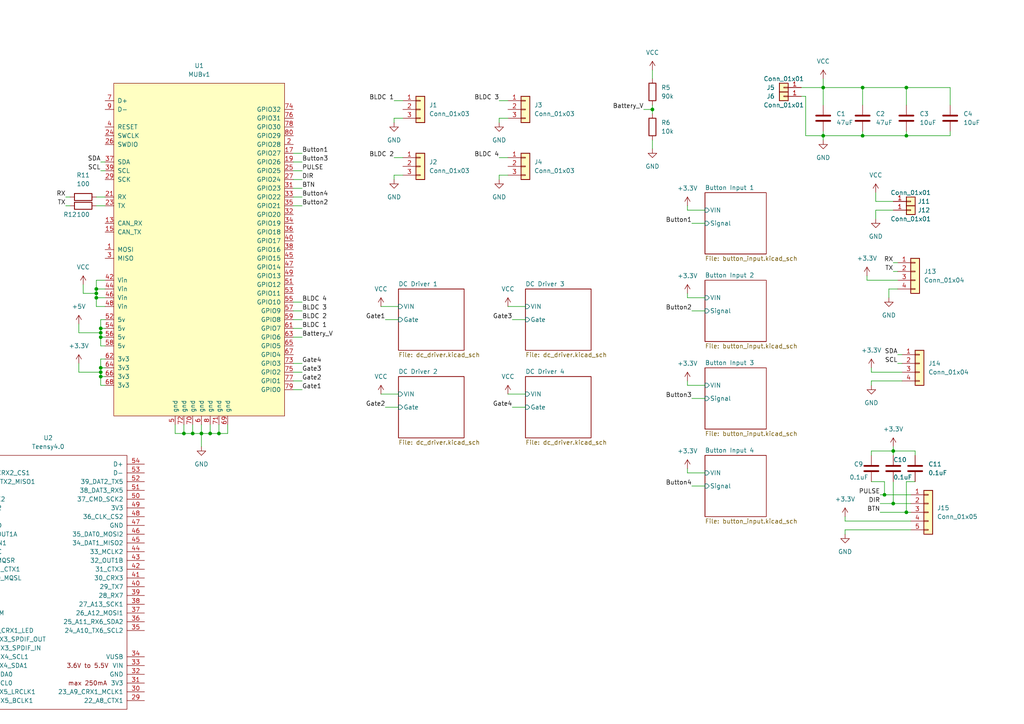
<source format=kicad_sch>
(kicad_sch (version 20230121) (generator eeschema)
  (paper "A4")
  (lib_symbols
    (symbol "Connector_Generic:Conn_01x01" (pin_names (offset 1.016) hide)
      (property "Reference" "J" (at 0 2.54 0))
      (property "Value" "Conn_01x01" (at 0 -2.54 0))
      (symbol "Conn_01x01_1_1"
        (rectangle (start -1.27 0.127) (end 0 -0.127) (stroke (width 0.1524)))
        (rectangle (start -1.27 1.27) (end 1.27 -1.27) (stroke (width 0.254)) (fill (type background)))
        (pin passive line (at -5.08 0 0) (length 3.81) (name "Pin_1") (number "1"))
      )
    )
    (symbol "Connector_Generic:Conn_01x03" (pin_names (offset 1.016) hide)
      (property "Reference" "J" (at 0 5.08 0))
      (property "Value" "Conn_01x03" (at 0 -5.08 0))
      (symbol "Conn_01x03_1_1"
        (rectangle (start -1.27 -2.413) (end 0 -2.667) (stroke (width 0.1524)))
        (rectangle (start -1.27 0.127) (end 0 -0.127) (stroke (width 0.1524)))
        (rectangle (start -1.27 2.667) (end 0 2.413) (stroke (width 0.1524)))
        (rectangle (start -1.27 3.81) (end 1.27 -3.81) (stroke (width 0.254)) (fill (type background)))
        (pin passive line (at -5.08 2.54 0) (length 3.81) (name "Pin_1") (number "1"))
        (pin passive line (at -5.08 0 0) (length 3.81) (name "Pin_2") (number "2"))
        (pin passive line (at -5.08 -2.54 0) (length 3.81) (name "Pin_3") (number "3"))
      )
    )
    (symbol "Connector_Generic:Conn_01x04" (pin_names (offset 1.016) hide)
      (property "Reference" "J" (at 0 5.08 0))
      (property "Value" "Conn_01x04" (at 0 -7.62 0))
      (symbol "Conn_01x04_1_1"
        (rectangle (start -1.27 -4.953) (end 0 -5.207) (stroke (width 0.1524)))
        (rectangle (start -1.27 -2.413) (end 0 -2.667) (stroke (width 0.1524)))
        (rectangle (start -1.27 0.127) (end 0 -0.127) (stroke (width 0.1524)))
        (rectangle (start -1.27 2.667) (end 0 2.413) (stroke (width 0.1524)))
        (rectangle (start -1.27 3.81) (end 1.27 -6.35) (stroke (width 0.254)) (fill (type background)))
        (pin passive line (at -5.08 2.54 0) (length 3.81) (name "Pin_1") (number "1"))
        (pin passive line (at -5.08 0 0) (length 3.81) (name "Pin_2") (number "2"))
        (pin passive line (at -5.08 -2.54 0) (length 3.81) (name "Pin_3") (number "3"))
        (pin passive line (at -5.08 -5.08 0) (length 3.81) (name "Pin_4") (number "4"))
      )
    )
    (symbol "Connector_Generic:Conn_01x05" (pin_names (offset 1.016) hide)
      (property "Reference" "J" (at 0 7.62 0))
      (property "Value" "Conn_01x05" (at 0 -7.62 0))
      (symbol "Conn_01x05_1_1"
        (rectangle (start -1.27 -4.953) (end 0 -5.207) (stroke (width 0.1524)))
        (rectangle (start -1.27 -2.413) (end 0 -2.667) (stroke (width 0.1524)))
        (rectangle (start -1.27 0.127) (end 0 -0.127) (stroke (width 0.1524)))
        (rectangle (start -1.27 2.667) (end 0 2.413) (stroke (width 0.1524)))
        (rectangle (start -1.27 5.207) (end 0 4.953) (stroke (width 0.1524)))
        (rectangle (start -1.27 6.35) (end 1.27 -6.35) (stroke (width 0.254)) (fill (type background)))
        (pin passive line (at -5.08 5.08 0) (length 3.81) (name "Pin_1") (number "1"))
        (pin passive line (at -5.08 2.54 0) (length 3.81) (name "Pin_2") (number "2"))
        (pin passive line (at -5.08 0 0) (length 3.81) (name "Pin_3") (number "3"))
        (pin passive line (at -5.08 -2.54 0) (length 3.81) (name "Pin_4") (number "4"))
        (pin passive line (at -5.08 -5.08 0) (length 3.81) (name "Pin_5") (number "5"))
      )
    )
    (symbol "Device:C" (pin_numbers hide) (pin_names (offset 0.254))
      (property "Reference" "C" (at 0.635 2.54 0))
      (property "Value" "C" (at 0.635 -2.54 0))
      (symbol "C_0_1"
        (polyline (pts (xy -2.032 -0.762) (xy 2.032 -0.762)) (stroke (width 0.508)))
        (polyline (pts (xy -2.032 0.762) (xy 2.032 0.762)) (stroke (width 0.508)))
      )
      (symbol "C_1_1"
        (pin passive line (at 0 3.81 270) (length 2.794) (name "~") (number "1"))
        (pin passive line (at 0 -3.81 90) (length 2.794) (name "~") (number "2"))
      )
    )
    (symbol "Device:R" (pin_numbers hide) (pin_names (offset 0))
      (property "Reference" "R" (at 2.032 0 90))
      (property "Value" "R" (at 0 0 90))
      (symbol "R_0_1"
        (rectangle (start -1.016 -2.54) (end 1.016 2.54) (stroke (width 0.254)))
      )
      (symbol "R_1_1"
        (pin passive line (at 0 3.81 270) (length 1.27) (name "~") (number "1"))
        (pin passive line (at 0 -3.81 90) (length 1.27) (name "~") (number "2"))
      )
    )
    (symbol "MUB:MUBv1" (pin_names (offset 1.016))
      (property "Reference" "U" (at -21.59 46.99 0))
      (property "Value" "MUBv1" (at 21.59 -52.07 0))
      (symbol "MUBv1_0_1"
        (rectangle (start -24.13 45.72) (end 25.4 -50.8) (fill (type background)))
      )
      (symbol "MUBv1_1_1"
        (pin input line (at -26.67 -2.54 0) (length 2.54) (name "MOSI") (number "1"))
        (pin input line (at -26.67 5.08 0) (length 2.54) (name "CAN_RX") (number "13"))
        (pin input line (at -26.67 2.54 0) (length 2.54) (name "CAN_TX") (number "15"))
        (pin input line (at 27.94 25.4 180) (length 2.54) (name "GPIO27") (number "17"))
        (pin input line (at 27.94 22.86 180) (length 2.54) (name "GPIO26") (number "19"))
        (pin input line (at 27.94 27.94 180) (length 2.54) (name "GPIO28") (number "2"))
        (pin input line (at -26.67 12.7 0) (length 2.54) (name "RX") (number "21"))
        (pin input line (at -26.67 10.16 0) (length 2.54) (name "TX") (number "23"))
        (pin input line (at -26.67 30.48 0) (length 2.54) (name "SWCLK") (number "24"))
        (pin input line (at 27.94 20.32 180) (length 2.54) (name "GPIO25") (number "25"))
        (pin input line (at -26.67 27.94 0) (length 2.54) (name "SWDIO") (number "26"))
        (pin input line (at 27.94 17.78 180) (length 2.54) (name "GPIO24") (number "27"))
        (pin input line (at -26.67 17.78 0) (length 2.54) (name "SCK") (number "29"))
        (pin input line (at -26.67 -5.08 0) (length 2.54) (name "MISO") (number "3"))
        (pin input line (at 27.94 15.24 180) (length 2.54) (name "GPIO23") (number "31"))
        (pin input line (at 27.94 7.62 180) (length 2.54) (name "GPIO20") (number "32"))
        (pin input line (at 27.94 12.7 180) (length 2.54) (name "GPIO22") (number "33"))
        (pin input line (at 27.94 5.08 180) (length 2.54) (name "GPIO19") (number "34"))
        (pin input line (at 27.94 10.16 180) (length 2.54) (name "GPIO21") (number "35"))
        (pin input line (at 27.94 2.54 180) (length 2.54) (name "GPIO18") (number "36"))
        (pin input line (at -26.67 22.86 0) (length 2.54) (name "SDA") (number "37"))
        (pin input line (at 27.94 -2.54 180) (length 2.54) (name "GPIO16") (number "38"))
        (pin input line (at -26.67 20.32 0) (length 2.54) (name "SCL") (number "39"))
        (pin input line (at -26.67 33.02 0) (length 2.54) (name "RESET") (number "4"))
        (pin input line (at 27.94 0 180) (length 2.54) (name "GPIO17") (number "40"))
        (pin input line (at -26.67 -11.43 0) (length 2.54) (name "Vin") (number "42"))
        (pin input line (at -26.67 -13.97 0) (length 2.54) (name "Vin") (number "44"))
        (pin input line (at 27.94 -5.08 180) (length 2.54) (name "GPIO15") (number "45"))
        (pin input line (at -26.67 -16.51 0) (length 2.54) (name "Vin") (number "46"))
        (pin input line (at 27.94 -7.62 180) (length 2.54) (name "GPIO14") (number "47"))
        (pin input line (at -26.67 -19.05 0) (length 2.54) (name "Vin") (number "48"))
        (pin input line (at 27.94 -10.16 180) (length 2.54) (name "GPIO13") (number "49"))
        (pin input line (at -6.35 -53.34 90) (length 2.54) (name "gnd") (number "5"))
        (pin input line (at 27.94 -12.7 180) (length 2.54) (name "GPIO12") (number "51"))
        (pin input line (at -26.67 -22.86 0) (length 2.54) (name "5v") (number "52"))
        (pin input line (at 27.94 -15.24 180) (length 2.54) (name "GPIO11") (number "53"))
        (pin input line (at -26.67 -25.4 0) (length 2.54) (name "5v") (number "54"))
        (pin input line (at 27.94 -17.78 180) (length 2.54) (name "GPIO10") (number "55"))
        (pin input line (at -26.67 -27.94 0) (length 2.54) (name "5v") (number "56"))
        (pin input line (at 27.94 -20.32 180) (length 2.54) (name "GPIO9") (number "57"))
        (pin input line (at -26.67 -30.48 0) (length 2.54) (name "5v") (number "58"))
        (pin input line (at 27.94 -22.86 180) (length 2.54) (name "GPIO8") (number "59"))
        (pin input line (at 1.27 -53.34 90) (length 2.54) (name "gnd") (number "6"))
        (pin input line (at 27.94 -25.4 180) (length 2.54) (name "GPIO7") (number "61"))
        (pin input line (at -26.67 -34.29 0) (length 2.54) (name "3v3") (number "62"))
        (pin input line (at 27.94 -27.94 180) (length 2.54) (name "GPIO6") (number "63"))
        (pin input line (at -26.67 -36.83 0) (length 2.54) (name "3v3") (number "64"))
        (pin input line (at 27.94 -30.48 180) (length 2.54) (name "GPIO5") (number "65"))
        (pin input line (at -26.67 -39.37 0) (length 2.54) (name "3v3") (number "66"))
        (pin input line (at 27.94 -33.02 180) (length 2.54) (name "GPIO4") (number "67"))
        (pin input line (at -26.67 -41.91 0) (length 2.54) (name "3v3") (number "68"))
        (pin input line (at 8.89 -53.34 90) (length 2.54) (name "gnd") (number "69"))
        (pin input line (at -26.67 40.64 0) (length 2.54) (name "D+") (number "7"))
        (pin input line (at -1.27 -53.34 90) (length 2.54) (name "gnd") (number "70"))
        (pin input line (at 6.35 -53.34 90) (length 2.54) (name "gnd") (number "71"))
        (pin input line (at -3.81 -53.34 90) (length 2.54) (name "gnd") (number "72"))
        (pin input line (at 27.94 -35.56 180) (length 2.54) (name "GPIO3") (number "73"))
        (pin input line (at 27.94 38.1 180) (length 2.54) (name "GPIO32") (number "74"))
        (pin input line (at 27.94 -38.1 180) (length 2.54) (name "GPIO2") (number "75"))
        (pin input line (at 27.94 35.56 180) (length 2.54) (name "GPIO31") (number "76"))
        (pin input line (at 27.94 -40.64 180) (length 2.54) (name "GPIO1") (number "77"))
        (pin input line (at 27.94 33.02 180) (length 2.54) (name "GPIO30") (number "78"))
        (pin input line (at 27.94 -43.18 180) (length 2.54) (name "GPIO0") (number "79"))
        (pin input line (at 3.81 -53.34 90) (length 2.54) (name "gnd") (number "8"))
        (pin input line (at 27.94 30.48 180) (length 2.54) (name "GPIO29") (number "80"))
        (pin input line (at -26.67 38.1 0) (length 2.54) (name "D-") (number "9"))
      )
    )
    (symbol "power:+3.3V" (power) (pin_names (offset 0))
      (property "Value" "+3.3V" (at 0 3.556 0))
      (symbol "+3.3V_0_1"
        (polyline (pts (xy -0.762 1.27) (xy 0 2.54)))
        (polyline (pts (xy 0 0) (xy 0 2.54)))
        (polyline (pts (xy 0 2.54) (xy 0.762 1.27)))
      )
      (symbol "+3.3V_1_1"
        (pin power_in line (at 0 0 90) (length 0) hide (name "+3.3V") (number "1"))
      )
    )
    (symbol "power:+5V" (power) (pin_names (offset 0))
      (property "Value" "+5V" (at 0 3.556 0))
      (symbol "+5V_0_1"
        (polyline (pts (xy -0.762 1.27) (xy 0 2.54)))
        (polyline (pts (xy 0 0) (xy 0 2.54)))
        (polyline (pts (xy 0 2.54) (xy 0.762 1.27)))
      )
      (symbol "+5V_1_1"
        (pin power_in line (at 0 0 90) (length 0) hide (name "+5V") (number "1"))
      )
    )
    (symbol "power:GND" (power) (pin_names (offset 0))
      (property "Value" "GND" (at 0 -3.81 0))
      (symbol "GND_0_1"
        (polyline (pts (xy 0 0) (xy 0 -1.27) (xy 1.27 -1.27) (xy 0 -2.54) (xy -1.27 -1.27) (xy 0 -1.27)))
      )
      (symbol "GND_1_1"
        (pin power_in line (at 0 0 270) (length 0) hide (name "GND") (number "1"))
      )
    )
    (symbol "power:VCC" (power) (pin_names (offset 0))
      (property "Value" "VCC" (at 0 3.81 0))
      (symbol "VCC_0_1"
        (polyline (pts (xy -0.762 1.27) (xy 0 2.54)))
        (polyline (pts (xy 0 0) (xy 0 2.54)))
        (polyline (pts (xy 0 2.54) (xy 0.762 1.27)))
      )
      (symbol "VCC_1_1"
        (pin power_in line (at 0 0 90) (length 0) hide (name "VCC") (number "1"))
      )
    )
    (symbol "teensy:Teensy4.0" (pin_names (offset 1.016))
      (property "Reference" "U" (at 0 39.37 0))
      (property "Value" "Teensy4.0" (at 0 -39.37 0))
      (symbol "Teensy4.0_0_0"
        (text "3.6V to 5.5V" (at 11.43 -24.13 0) (effects (font (size 1.27 1.27))))
        (text "max 250mA" (at 11.43 -29.21 0) (effects (font (size 1.27 1.27))))
        (pin bidirectional line (at -27.94 11.43 0) (length 5.08) (name "8_TX2_IN1") (number "10"))
        (pin bidirectional line (at -27.94 8.89 0) (length 5.08) (name "9_OUT1C") (number "11"))
        (pin bidirectional line (at -27.94 6.35 0) (length 5.08) (name "10_CS_MQSR") (number "12"))
        (pin bidirectional line (at -27.94 3.81 0) (length 5.08) (name "11_MOSI_CTX1") (number "13"))
        (pin bidirectional line (at -27.94 1.27 0) (length 5.08) (name "12_MISO_MQSL") (number "14"))
        (pin power_in line (at -27.94 -1.27 0) (length 5.08) (name "VBAT") (number "15"))
        (pin power_in line (at -27.94 -3.81 0) (length 5.08) (name "3V3") (number "16"))
        (pin power_in line (at -27.94 -6.35 0) (length 5.08) (name "GND") (number "17"))
        (pin input line (at -27.94 -8.89 0) (length 5.08) (name "PROGRAM") (number "18"))
        (pin input line (at -27.94 -11.43 0) (length 5.08) (name "ON_OFF") (number "19"))
        (pin bidirectional line (at -27.94 -13.97 0) (length 5.08) (name "13_SCK_CRX1_LED") (number "20"))
        (pin bidirectional line (at -27.94 -16.51 0) (length 5.08) (name "14_A0_TX3_SPDIF_OUT") (number "21"))
        (pin bidirectional line (at -27.94 -19.05 0) (length 5.08) (name "15_A1_RX3_SPDIF_IN") (number "22"))
        (pin bidirectional line (at -27.94 -21.59 0) (length 5.08) (name "16_A2_RX4_SCL1") (number "23"))
        (pin bidirectional line (at -27.94 -24.13 0) (length 5.08) (name "17_A3_TX4_SDA1") (number "24"))
        (pin bidirectional line (at -27.94 -26.67 0) (length 5.08) (name "18_A4_SDA0") (number "25"))
        (pin bidirectional line (at -27.94 -29.21 0) (length 5.08) (name "19_A5_SCL0") (number "26"))
        (pin bidirectional line (at -27.94 -31.75 0) (length 5.08) (name "20_A6_TX5_LRCLK1") (number "27"))
        (pin bidirectional line (at -27.94 -34.29 0) (length 5.08) (name "21_A7_RX5_BCLK1") (number "28"))
        (pin bidirectional line (at 27.94 -34.29 180) (length 5.08) (name "22_A8_CTX1") (number "29"))
        (pin bidirectional line (at 27.94 -31.75 180) (length 5.08) (name "23_A9_CRX1_MCLK1") (number "30"))
        (pin power_out line (at 27.94 -29.21 180) (length 5.08) (name "3V3") (number "31"))
        (pin power_in line (at 27.94 -26.67 180) (length 5.08) (name "GND") (number "32"))
        (pin power_in line (at 27.94 -24.13 180) (length 5.08) (name "VIN") (number "33"))
        (pin power_out line (at 27.94 -21.59 180) (length 5.08) (name "VUSB") (number "34"))
        (pin bidirectional line (at 27.94 -13.97 180) (length 5.08) (name "24_A10_TX6_SCL2") (number "35"))
        (pin bidirectional line (at 27.94 -11.43 180) (length 5.08) (name "25_A11_RX6_SDA2") (number "36"))
        (pin bidirectional line (at 27.94 -8.89 180) (length 5.08) (name "26_A12_MOSI1") (number "37"))
        (pin bidirectional line (at 27.94 -6.35 180) (length 5.08) (name "27_A13_SCK1") (number "38"))
        (pin bidirectional line (at 27.94 -3.81 180) (length 5.08) (name "28_RX7") (number "39"))
        (pin bidirectional line (at 27.94 -1.27 180) (length 5.08) (name "29_TX7") (number "40"))
        (pin bidirectional line (at 27.94 1.27 180) (length 5.08) (name "30_CRX3") (number "41"))
        (pin bidirectional line (at 27.94 3.81 180) (length 5.08) (name "31_CTX3") (number "42"))
        (pin bidirectional line (at 27.94 6.35 180) (length 5.08) (name "32_OUT1B") (number "43"))
        (pin bidirectional line (at 27.94 8.89 180) (length 5.08) (name "33_MCLK2") (number "44"))
        (pin bidirectional line (at 27.94 11.43 180) (length 5.08) (name "34_DAT1_MISO2") (number "45"))
        (pin bidirectional line (at 27.94 13.97 180) (length 5.08) (name "35_DAT0_MOSI2") (number "46"))
        (pin power_out line (at 27.94 16.51 180) (length 5.08) (name "GND") (number "47"))
        (pin bidirectional line (at 27.94 19.05 180) (length 5.08) (name "36_CLK_CS2") (number "48"))
        (pin power_out line (at 27.94 21.59 180) (length 5.08) (name "3V3") (number "49"))
        (pin bidirectional line (at -27.94 24.13 0) (length 5.08) (name "3_LRCLK2") (number "5"))
        (pin bidirectional line (at 27.94 24.13 180) (length 5.08) (name "37_CMD_SCK2") (number "50"))
        (pin bidirectional line (at 27.94 26.67 180) (length 5.08) (name "38_DAT3_RX5") (number "51"))
        (pin bidirectional line (at 27.94 29.21 180) (length 5.08) (name "39_DAT2_TX5") (number "52"))
        (pin bidirectional line (at 27.94 31.75 180) (length 5.08) (name "D-") (number "53"))
        (pin bidirectional line (at 27.94 34.29 180) (length 5.08) (name "D+") (number "54"))
        (pin bidirectional line (at -27.94 21.59 0) (length 5.08) (name "4_BCLK2") (number "6"))
        (pin bidirectional line (at -27.94 19.05 0) (length 5.08) (name "5_IN2") (number "7"))
        (pin bidirectional line (at -27.94 16.51 0) (length 5.08) (name "6_OUT1D") (number "8"))
        (pin bidirectional line (at -27.94 13.97 0) (length 5.08) (name "7_RX2_OUT1A") (number "9"))
      )
      (symbol "Teensy4.0_0_1"
        (rectangle (start -22.86 36.83) (end 22.86 -36.83))
        (rectangle (start -20.32 -31.75) (end -20.32 -31.75))
      )
      (symbol "Teensy4.0_1_1"
        (pin power_in line (at -27.94 34.29 0) (length 5.08) (name "GND") (number "1"))
        (pin bidirectional line (at -27.94 31.75 0) (length 5.08) (name "0_RX1_CRX2_CS1") (number "2"))
        (pin bidirectional line (at -27.94 29.21 0) (length 5.08) (name "1_TX1_CTX2_MISO1") (number "3"))
        (pin bidirectional line (at -27.94 26.67 0) (length 5.08) (name "2_OUT2") (number "4"))
      )
    )
  )
  (junction (at 29.21 107.95))
  (junction (at 27.94 85.09))
  (junction (at 63.5 125.73))
  (junction (at 29.21 96.52))
  (junction (at 29.21 95.25))
  (junction (at 29.21 106.68))
  (junction (at 27.94 86.36))
  (junction (at 259.08 130.81))
  (junction (at 58.42 125.73))
  (junction (at 55.88 125.73))
  (junction (at 256.54 143.51))
  (junction (at 60.96 125.73))
  (junction (at 238.76 25.4))
  (junction (at 262.89 25.4))
  (junction (at 53.34 125.73))
  (junction (at 262.89 39.37))
  (junction (at 250.19 39.37))
  (junction (at 27.94 83.82))
  (junction (at 29.21 97.79))
  (junction (at 262.89 148.59))
  (junction (at 189.23 31.75))
  (junction (at 29.21 109.22))
  (junction (at 238.76 39.37))
  (junction (at 250.19 25.4))
  (junction (at 259.08 146.05))
  (wire (pts (xy 265.43 132.08) (xy 265.43 130.81)))
  (wire (pts (xy 275.59 25.4) (xy 262.89 25.4)))
  (wire (pts (xy 256.54 143.51) (xy 264.16 143.51)))
  (wire (pts (xy 144.78 29.21) (xy 147.32 29.21)))
  (wire (pts (xy 262.89 139.7) (xy 262.89 148.59)))
  (wire (pts (xy 250.19 39.37) (xy 238.76 39.37)))
  (wire (pts (xy 252.73 139.7) (xy 256.54 139.7)))
  (wire (pts (xy 252.73 130.81) (xy 259.08 130.81)))
  (wire (pts (xy 85.09 95.25) (xy 87.63 95.25)))
  (wire (pts (xy 275.59 30.48) (xy 275.59 25.4)))
  (wire (pts (xy 233.68 39.37) (xy 238.76 39.37)))
  (wire (pts (xy 27.94 88.9) (xy 27.94 86.36)))
  (wire (pts (xy 58.42 123.19) (xy 58.42 125.73)))
  (wire (pts (xy 275.59 38.1) (xy 275.59 39.37)))
  (wire (pts (xy 189.23 20.32) (xy 189.23 22.86)))
  (wire (pts (xy 189.23 31.75) (xy 189.23 30.48)))
  (wire (pts (xy 85.09 113.03) (xy 87.63 113.03)))
  (wire (pts (xy 250.19 30.48) (xy 250.19 25.4)))
  (wire (pts (xy 29.21 100.33) (xy 29.21 97.79)))
  (wire (pts (xy 85.09 49.53) (xy 87.63 49.53)))
  (wire (pts (xy 250.19 38.1) (xy 250.19 39.37)))
  (wire (pts (xy 254 58.42) (xy 259.08 58.42)))
  (wire (pts (xy 260.35 102.87) (xy 261.62 102.87)))
  (wire (pts (xy 85.09 97.79) (xy 87.63 97.79)))
  (wire (pts (xy 27.94 86.36) (xy 30.48 86.36)))
  (wire (pts (xy 30.48 92.71) (xy 29.21 92.71)))
  (wire (pts (xy 199.39 135.89) (xy 199.39 137.16)))
  (wire (pts (xy 114.3 50.8) (xy 116.84 50.8)))
  (wire (pts (xy 85.09 107.95) (xy 87.63 107.95)))
  (wire (pts (xy 27.94 85.09) (xy 24.13 85.09)))
  (wire (pts (xy 29.21 95.25) (xy 29.21 96.52)))
  (wire (pts (xy 255.27 148.59) (xy 262.89 148.59)))
  (wire (pts (xy 29.21 109.22) (xy 29.21 107.95)))
  (wire (pts (xy 55.88 123.19) (xy 55.88 125.73)))
  (wire (pts (xy 60.96 123.19) (xy 60.96 125.73)))
  (wire (pts (xy 238.76 22.86) (xy 238.76 25.4)))
  (wire (pts (xy 85.09 87.63) (xy 87.63 87.63)))
  (wire (pts (xy 111.76 92.71) (xy 115.57 92.71)))
  (wire (pts (xy 252.73 132.08) (xy 252.73 130.81)))
  (wire (pts (xy 144.78 35.56) (xy 144.78 34.29)))
  (wire (pts (xy 29.21 106.68) (xy 30.48 106.68)))
  (wire (pts (xy 85.09 110.49) (xy 87.63 110.49)))
  (wire (pts (xy 85.09 92.71) (xy 87.63 92.71)))
  (wire (pts (xy 238.76 25.4) (xy 238.76 30.48)))
  (wire (pts (xy 27.94 83.82) (xy 30.48 83.82)))
  (wire (pts (xy 254 60.96) (xy 254 63.5)))
  (wire (pts (xy 147.32 88.9) (xy 152.4 88.9)))
  (wire (pts (xy 50.8 123.19) (xy 50.8 125.73)))
  (wire (pts (xy 260.35 83.82) (xy 257.81 83.82)))
  (wire (pts (xy 29.21 92.71) (xy 29.21 95.25)))
  (wire (pts (xy 110.49 114.3) (xy 115.57 114.3)))
  (wire (pts (xy 251.46 81.28) (xy 260.35 81.28)))
  (wire (pts (xy 27.94 57.15) (xy 30.48 57.15)))
  (wire (pts (xy 30.48 111.76) (xy 29.21 111.76)))
  (wire (pts (xy 200.66 90.17) (xy 204.47 90.17)))
  (wire (pts (xy 114.3 45.72) (xy 116.84 45.72)))
  (wire (pts (xy 200.66 140.97) (xy 204.47 140.97)))
  (wire (pts (xy 254 55.88) (xy 254 58.42)))
  (wire (pts (xy 147.32 114.3) (xy 152.4 114.3)))
  (wire (pts (xy 114.3 35.56) (xy 114.3 34.29)))
  (wire (pts (xy 259.08 146.05) (xy 264.16 146.05)))
  (wire (pts (xy 199.39 85.09) (xy 199.39 86.36)))
  (wire (pts (xy 85.09 105.41) (xy 87.63 105.41)))
  (wire (pts (xy 29.21 96.52) (xy 22.86 96.52)))
  (wire (pts (xy 50.8 125.73) (xy 53.34 125.73)))
  (wire (pts (xy 30.48 88.9) (xy 27.94 88.9)))
  (wire (pts (xy 189.23 40.64) (xy 189.23 43.18)))
  (wire (pts (xy 252.73 110.49) (xy 252.73 111.76)))
  (wire (pts (xy 27.94 59.69) (xy 30.48 59.69)))
  (wire (pts (xy 245.11 151.13) (xy 264.16 151.13)))
  (wire (pts (xy 55.88 125.73) (xy 58.42 125.73)))
  (wire (pts (xy 251.46 80.01) (xy 251.46 81.28)))
  (wire (pts (xy 199.39 110.49) (xy 199.39 111.76)))
  (wire (pts (xy 29.21 97.79) (xy 29.21 96.52)))
  (wire (pts (xy 29.21 46.99) (xy 30.48 46.99)))
  (wire (pts (xy 232.41 25.4) (xy 238.76 25.4)))
  (wire (pts (xy 199.39 86.36) (xy 204.47 86.36)))
  (wire (pts (xy 275.59 39.37) (xy 262.89 39.37)))
  (wire (pts (xy 255.27 143.51) (xy 256.54 143.51)))
  (wire (pts (xy 199.39 137.16) (xy 204.47 137.16)))
  (wire (pts (xy 262.89 30.48) (xy 262.89 25.4)))
  (wire (pts (xy 261.62 110.49) (xy 252.73 110.49)))
  (wire (pts (xy 238.76 38.1) (xy 238.76 39.37)))
  (wire (pts (xy 144.78 45.72) (xy 147.32 45.72)))
  (wire (pts (xy 63.5 125.73) (xy 60.96 125.73)))
  (wire (pts (xy 259.08 130.81) (xy 259.08 132.08)))
  (wire (pts (xy 199.39 60.96) (xy 204.47 60.96)))
  (wire (pts (xy 85.09 54.61) (xy 87.63 54.61)))
  (wire (pts (xy 189.23 31.75) (xy 189.23 33.02)))
  (wire (pts (xy 85.09 52.07) (xy 87.63 52.07)))
  (wire (pts (xy 22.86 105.41) (xy 22.86 107.95)))
  (wire (pts (xy 85.09 90.17) (xy 87.63 90.17)))
  (wire (pts (xy 144.78 52.07) (xy 144.78 50.8)))
  (wire (pts (xy 22.86 96.52) (xy 22.86 93.98)))
  (wire (pts (xy 66.04 123.19) (xy 66.04 125.73)))
  (wire (pts (xy 233.68 39.37) (xy 233.68 27.94)))
  (wire (pts (xy 29.21 97.79) (xy 30.48 97.79)))
  (wire (pts (xy 27.94 86.36) (xy 27.94 85.09)))
  (wire (pts (xy 257.81 83.82) (xy 257.81 86.36)))
  (wire (pts (xy 245.11 153.67) (xy 264.16 153.67)))
  (wire (pts (xy 200.66 64.77) (xy 204.47 64.77)))
  (wire (pts (xy 29.21 107.95) (xy 22.86 107.95)))
  (wire (pts (xy 148.59 118.11) (xy 152.4 118.11)))
  (wire (pts (xy 85.09 59.69) (xy 87.63 59.69)))
  (wire (pts (xy 250.19 25.4) (xy 262.89 25.4)))
  (wire (pts (xy 19.05 59.69) (xy 20.32 59.69)))
  (wire (pts (xy 29.21 104.14) (xy 29.21 106.68)))
  (wire (pts (xy 29.21 111.76) (xy 29.21 109.22)))
  (wire (pts (xy 29.21 49.53) (xy 30.48 49.53)))
  (wire (pts (xy 245.11 153.67) (xy 245.11 154.94)))
  (wire (pts (xy 265.43 139.7) (xy 262.89 139.7)))
  (wire (pts (xy 60.96 125.73) (xy 58.42 125.73)))
  (wire (pts (xy 30.48 81.28) (xy 27.94 81.28)))
  (wire (pts (xy 29.21 109.22) (xy 30.48 109.22)))
  (wire (pts (xy 66.04 125.73) (xy 63.5 125.73)))
  (wire (pts (xy 259.08 76.2) (xy 260.35 76.2)))
  (wire (pts (xy 27.94 83.82) (xy 27.94 85.09)))
  (wire (pts (xy 114.3 52.07) (xy 114.3 50.8)))
  (wire (pts (xy 186.69 31.75) (xy 189.23 31.75)))
  (wire (pts (xy 144.78 34.29) (xy 147.32 34.29)))
  (wire (pts (xy 114.3 34.29) (xy 116.84 34.29)))
  (wire (pts (xy 111.76 118.11) (xy 115.57 118.11)))
  (wire (pts (xy 24.13 85.09) (xy 24.13 82.55)))
  (wire (pts (xy 252.73 106.68) (xy 252.73 107.95)))
  (wire (pts (xy 238.76 25.4) (xy 250.19 25.4)))
  (wire (pts (xy 58.42 125.73) (xy 58.42 129.54)))
  (wire (pts (xy 262.89 148.59) (xy 264.16 148.59)))
  (wire (pts (xy 260.35 105.41) (xy 261.62 105.41)))
  (wire (pts (xy 262.89 39.37) (xy 250.19 39.37)))
  (wire (pts (xy 200.66 115.57) (xy 204.47 115.57)))
  (wire (pts (xy 27.94 81.28) (xy 27.94 83.82)))
  (wire (pts (xy 245.11 149.86) (xy 245.11 151.13)))
  (wire (pts (xy 259.08 130.81) (xy 259.08 129.54)))
  (wire (pts (xy 262.89 38.1) (xy 262.89 39.37)))
  (wire (pts (xy 238.76 39.37) (xy 238.76 40.64)))
  (wire (pts (xy 148.59 92.71) (xy 152.4 92.71)))
  (wire (pts (xy 233.68 27.94) (xy 232.41 27.94)))
  (wire (pts (xy 85.09 46.99) (xy 87.63 46.99)))
  (wire (pts (xy 259.08 139.7) (xy 259.08 146.05)))
  (wire (pts (xy 256.54 139.7) (xy 256.54 143.51)))
  (wire (pts (xy 29.21 106.68) (xy 29.21 107.95)))
  (wire (pts (xy 114.3 29.21) (xy 116.84 29.21)))
  (wire (pts (xy 19.05 57.15) (xy 20.32 57.15)))
  (wire (pts (xy 199.39 59.69) (xy 199.39 60.96)))
  (wire (pts (xy 199.39 111.76) (xy 204.47 111.76)))
  (wire (pts (xy 85.09 57.15) (xy 87.63 57.15)))
  (wire (pts (xy 110.49 88.9) (xy 115.57 88.9)))
  (wire (pts (xy 53.34 125.73) (xy 55.88 125.73)))
  (wire (pts (xy 259.08 78.74) (xy 260.35 78.74)))
  (wire (pts (xy 252.73 107.95) (xy 261.62 107.95)))
  (wire (pts (xy 255.27 146.05) (xy 259.08 146.05)))
  (wire (pts (xy 144.78 50.8) (xy 147.32 50.8)))
  (wire (pts (xy 265.43 130.81) (xy 259.08 130.81)))
  (wire (pts (xy 63.5 123.19) (xy 63.5 125.73)))
  (wire (pts (xy 30.48 100.33) (xy 29.21 100.33)))
  (wire (pts (xy 53.34 123.19) (xy 53.34 125.73)))
  (wire (pts (xy 85.09 44.45) (xy 87.63 44.45)))
  (wire (pts (xy 259.08 60.96) (xy 254 60.96)))
  (wire (pts (xy 30.48 104.14) (xy 29.21 104.14)))
  (wire (pts (xy 30.48 95.25) (xy 29.21 95.25)))
  (label "RX" (at 259.08 76.2 180))
  (label "DIR" (at 87.63 52.07 0))
  (label "PULSE" (at 87.63 49.53 0))
  (label "Gate1" (at 87.63 113.03 0))
  (label "BLDC 1" (at 87.63 95.25 0))
  (label "Gate3" (at 148.59 92.71 180))
  (label "BLDC 4" (at 144.78 45.72 180))
  (label "SDA" (at 260.35 102.87 180))
  (label "BTN" (at 255.27 148.59 180))
  (label "BLDC 2" (at 87.63 92.71 0))
  (label "Button2" (at 200.66 90.17 180))
  (label "SCL" (at 260.35 105.41 180))
  (label "Gate1" (at 111.76 92.71 180))
  (label "Gate4" (at 87.63 105.41 0))
  (label "RX" (at 19.05 57.15 180))
  (label "BLDC 2" (at 114.3 45.72 180))
  (label "Gate2" (at 87.63 110.49 0))
  (label "DIR" (at 255.27 146.05 180))
  (label "Button4" (at 200.66 140.97 180))
  (label "BLDC 4" (at 87.63 87.63 0))
  (label "PULSE" (at 255.27 143.51 180))
  (label "TX" (at 259.08 78.74 180))
  (label "Gate3" (at 87.63 107.95 0))
  (label "Button3" (at 200.66 115.57 180))
  (label "Battery_V" (at 87.63 97.79 0))
  (label "Button1" (at 87.63 44.45 0))
  (label "SDA" (at 29.21 46.99 180))
  (label "TX" (at 19.05 59.69 180))
  (label "BLDC 1" (at 114.3 29.21 180))
  (label "SCL" (at 29.21 49.53 180))
  (label "Button1" (at 200.66 64.77 180))
  (label "Button2" (at 87.63 59.69 0))
  (label "Button4" (at 87.63 57.15 0))
  (label "Gate2" (at 111.76 118.11 180))
  (label "BLDC 3" (at 144.78 29.21 180))
  (label "Battery_V" (at 186.69 31.75 180))
  (label "BLDC 3" (at 87.63 90.17 0))
  (label "Button3" (at 87.63 46.99 0))
  (label "BTN" (at 87.63 54.61 0))
  (label "Gate4" (at 148.59 118.11 180))
  (symbol (lib_id "Connector_Generic:Conn_01x03") (at 121.92 48.26 0) (unit 1)
    (property "Reference" "J2" (at 124.46 46.9899 0) (effects (justify left)))
    (property "Value" "Conn_01x03" (at 124.46 49.5299 0) (effects (justify left)))
    (property "Footprint" "Connector_PinSocket_2.54mm:PinSocket_1x03_P2.54mm_Vertical" (effects hide))
  )
  (symbol (lib_id "Connector_Generic:Conn_01x01") (at 264.16 60.96 0) (unit 1)
    (property "Reference" "J12" (at 267.97 60.96 0))
    (property "Value" "Conn_01x01" (at 264.16 63.5 0))
    (property "Footprint" "MountingHole:MountingHole_2.2mm_M2_Pad_Via" (effects hide))
  )
  (symbol (lib_id "teensy:Teensy4.0") (at 13.97 168.91 0) (unit 1)
    (property "Reference" "U2" (at 13.97 127 0))
    (property "Value" "Teensy4.0" (at 13.97 129.54 0))
    (property "Footprint" "teensy.pretty-master:Teensy40" (effects hide))
  )
  (symbol (lib_id "power:+3.3V") (at 22.86 105.41 0) (unit 1)
    (property "Reference" "#PWR0136" (effects hide))
    (property "Value" "+3.3V" (at 22.86 100.33 0))
  )
  (symbol (lib_id "power:VCC") (at 238.76 22.86 0) (unit 1)
    (property "Reference" "#PWR0120" (effects hide))
    (property "Value" "VCC" (at 238.76 17.78 0))
  )
  (symbol (lib_id "Device:R") (at 189.23 26.67 0) (unit 1)
    (property "Reference" "R5" (at 191.77 25.3999 0) (effects (justify left)))
    (property "Value" "90k" (at 191.77 27.9399 0) (effects (justify left)))
    (property "Footprint" "Resistor_SMD:R_0603_1608Metric" (effects hide))
  )
  (symbol (lib_id "power:GND") (at 144.78 35.56 0) (unit 1)
    (property "Reference" "#PWR0119" (effects hide))
    (property "Value" "GND" (at 144.78 40.64 0))
  )
  (symbol (lib_id "Connector_Generic:Conn_01x01") (at 227.33 25.4 180) (unit 1)
    (property "Reference" "J5" (at 223.52 25.4 0))
    (property "Value" "Conn_01x01" (at 227.33 22.86 0))
    (property "Footprint" "MountingHole:MountingHole_2.2mm_M2_Pad_Via" (effects hide))
  )
  (symbol (lib_id "Connector_Generic:Conn_01x05") (at 269.24 148.59 0) (unit 1)
    (property "Reference" "J15" (at 271.78 147.3199 0) (effects (justify left)))
    (property "Value" "Conn_01x05" (at 271.78 149.8599 0) (effects (justify left)))
    (property "Footprint" "Connector_PinHeader_2.54mm:PinHeader_1x05_P2.54mm_Vertical" (effects hide))
  )
  (symbol (lib_id "power:GND") (at 189.23 43.18 0) (unit 1)
    (property "Reference" "#PWR0124" (effects hide))
    (property "Value" "GND" (at 189.23 48.26 0))
  )
  (symbol (lib_id "Device:R") (at 24.13 59.69 90) (unit 1)
    (property "Reference" "R12" (at 20.32 62.23 90))
    (property "Value" "100" (at 24.13 62.23 90))
    (property "Footprint" "Resistor_SMD:R_0603_1608Metric" (effects hide))
  )
  (symbol (lib_id "Device:C") (at 252.73 135.89 0) (unit 1)
    (property "Reference" "C9" (at 247.65 134.62 0) (effects (justify left)))
    (property "Value" "0.1uF" (at 246.38 138.43 0) (effects (justify left)))
    (property "Footprint" "Capacitor_SMD:C_0603_1608Metric" (effects hide))
  )
  (symbol (lib_id "Device:C") (at 275.59 34.29 0) (unit 1)
    (property "Reference" "C4" (at 279.4 33.0199 0) (effects (justify left)))
    (property "Value" "10uF" (at 279.4 35.5599 0) (effects (justify left)))
    (property "Footprint" "Capacitor_SMD:C_0805_2012Metric" (effects hide))
  )
  (symbol (lib_id "power:VCC") (at 147.32 114.3 0) (unit 1)
    (property "Reference" "#PWR0112" (effects hide))
    (property "Value" "VCC" (at 147.32 109.22 0))
  )
  (symbol (lib_id "Connector_Generic:Conn_01x03") (at 152.4 31.75 0) (unit 1)
    (property "Reference" "J3" (at 154.94 30.4799 0) (effects (justify left)))
    (property "Value" "Conn_01x03" (at 154.94 33.0199 0) (effects (justify left)))
    (property "Footprint" "Connector_PinSocket_2.54mm:PinSocket_1x03_P2.54mm_Vertical" (effects hide))
  )
  (symbol (lib_id "Connector_Generic:Conn_01x04") (at 266.7 105.41 0) (unit 1)
    (property "Reference" "J14" (at 269.24 105.4099 0) (effects (justify left)))
    (property "Value" "Conn_01x04" (at 269.24 107.9499 0) (effects (justify left)))
    (property "Footprint" "Connector_PinHeader_2.54mm:PinHeader_1x04_P2.54mm_Vertical" (effects hide))
  )
  (symbol (lib_id "Device:C") (at 238.76 34.29 0) (unit 1)
    (property "Reference" "C1" (at 242.57 33.0199 0) (effects (justify left)))
    (property "Value" "47uF" (at 242.57 35.5599 0) (effects (justify left)))
    (property "Footprint" "Capacitor_SMD:CP_Elec_6.3x5.8" (effects hide))
  )
  (symbol (lib_id "Device:R") (at 189.23 36.83 0) (unit 1)
    (property "Reference" "R6" (at 191.77 35.5599 0) (effects (justify left)))
    (property "Value" "10k" (at 191.77 38.0999 0) (effects (justify left)))
    (property "Footprint" "Resistor_SMD:R_0603_1608Metric" (effects hide))
  )
  (symbol (lib_id "power:GND") (at 238.76 40.64 0) (unit 1)
    (property "Reference" "#PWR0103" (effects hide))
    (property "Value" "GND" (at 238.76 45.72 0))
  )
  (symbol (lib_id "Device:C") (at 262.89 34.29 0) (unit 1)
    (property "Reference" "C3" (at 266.7 33.0199 0) (effects (justify left)))
    (property "Value" "10uF" (at 266.7 35.5599 0) (effects (justify left)))
    (property "Footprint" "Capacitor_SMD:C_0805_2012Metric" (effects hide))
  )
  (symbol (lib_id "power:+3.3V") (at 199.39 59.69 0) (unit 1)
    (property "Reference" "#PWR0126" (effects hide))
    (property "Value" "+3.3V" (at 199.39 54.61 0))
  )
  (symbol (lib_id "power:+3.3V") (at 199.39 135.89 0) (unit 1)
    (property "Reference" "#PWR0125" (effects hide))
    (property "Value" "+3.3V" (at 199.39 130.81 0))
  )
  (symbol (lib_id "Connector_Generic:Conn_01x01") (at 227.33 27.94 180) (unit 1)
    (property "Reference" "J6" (at 223.52 27.94 0))
    (property "Value" "Conn_01x01" (at 227.33 30.48 0))
    (property "Footprint" "MountingHole:MountingHole_2.2mm_M2_Pad_Via" (effects hide))
  )
  (symbol (lib_id "power:+3.3V") (at 251.46 80.01 0) (unit 1)
    (property "Reference" "#PWR0134" (effects hide))
    (property "Value" "+3.3V" (at 251.46 74.93 0))
  )
  (symbol (lib_id "power:GND") (at 252.73 111.76 0) (unit 1)
    (property "Reference" "#PWR0132" (effects hide))
    (property "Value" "GND" (at 252.73 116.84 0))
  )
  (symbol (lib_id "power:VCC") (at 110.49 88.9 0) (unit 1)
    (property "Reference" "#PWR0115" (effects hide))
    (property "Value" "VCC" (at 110.49 83.82 0))
  )
  (symbol (lib_id "Device:C") (at 259.08 135.89 0) (unit 1)
    (property "Reference" "C10" (at 259.08 133.35 0) (effects (justify left)))
    (property "Value" "0.1uF" (at 259.08 138.43 0) (effects (justify left)))
    (property "Footprint" "Capacitor_SMD:C_0603_1608Metric" (effects hide))
  )
  (symbol (lib_id "power:+3.3V") (at 199.39 85.09 0) (unit 1)
    (property "Reference" "#PWR0128" (effects hide))
    (property "Value" "+3.3V" (at 199.39 80.01 0))
  )
  (symbol (lib_id "power:GND") (at 114.3 35.56 0) (unit 1)
    (property "Reference" "#PWR0118" (effects hide))
    (property "Value" "GND" (at 114.3 40.64 0))
  )
  (symbol (lib_id "power:VCC") (at 24.13 82.55 0) (unit 1)
    (property "Reference" "#PWR0102" (effects hide))
    (property "Value" "VCC" (at 24.13 77.47 0))
  )
  (symbol (lib_id "MUB:MUBv1") (at 57.15 69.85 0) (unit 1)
    (property "Reference" "U1" (at 57.785 19.05 0))
    (property "Value" "MUBv1" (at 57.785 21.59 0))
    (property "Footprint" "MUB:MUB_v1" (effects hide))
  )
  (symbol (lib_id "power:VCC") (at 147.32 88.9 0) (unit 1)
    (property "Reference" "#PWR0113" (effects hide))
    (property "Value" "VCC" (at 147.32 83.82 0))
  )
  (symbol (lib_id "power:VCC") (at 189.23 20.32 0) (unit 1)
    (property "Reference" "#PWR0123" (effects hide))
    (property "Value" "VCC" (at 189.23 15.24 0))
  )
  (symbol (lib_id "power:GND") (at 257.81 86.36 0) (unit 1)
    (property "Reference" "#PWR0135" (effects hide))
    (property "Value" "GND" (at 257.81 91.44 0))
  )
  (symbol (lib_id "Device:R") (at 24.13 57.15 90) (unit 1)
    (property "Reference" "R11" (at 24.13 50.8 90))
    (property "Value" "100" (at 24.13 53.34 90))
    (property "Footprint" "Resistor_SMD:R_0603_1608Metric" (effects hide))
  )
  (symbol (lib_id "Device:C") (at 250.19 34.29 0) (unit 1)
    (property "Reference" "C2" (at 254 33.0199 0) (effects (justify left)))
    (property "Value" "47uF" (at 254 35.5599 0) (effects (justify left)))
    (property "Footprint" "Capacitor_SMD:CP_Elec_6.3x5.8" (effects hide))
  )
  (symbol (lib_id "Connector_Generic:Conn_01x04") (at 265.43 78.74 0) (unit 1)
    (property "Reference" "J13" (at 267.97 78.7399 0) (effects (justify left)))
    (property "Value" "Conn_01x04" (at 267.97 81.2799 0) (effects (justify left)))
    (property "Footprint" "Connector_PinHeader_2.54mm:PinHeader_1x04_P2.54mm_Vertical" (effects hide))
  )
  (symbol (lib_id "power:+3.3V") (at 252.73 106.68 0) (unit 1)
    (property "Reference" "#PWR0133" (effects hide))
    (property "Value" "+3.3V" (at 252.73 101.6 0))
  )
  (symbol (lib_id "power:+3.3V") (at 245.11 149.86 0) (unit 1)
    (property "Reference" "#PWR0130" (effects hide))
    (property "Value" "+3.3V" (at 245.11 144.78 0))
  )
  (symbol (lib_id "power:GND") (at 114.3 52.07 0) (unit 1)
    (property "Reference" "#PWR0116" (effects hide))
    (property "Value" "GND" (at 114.3 57.15 0))
  )
  (symbol (lib_id "power:GND") (at 58.42 129.54 0) (unit 1)
    (property "Reference" "#PWR0101" (effects hide))
    (property "Value" "GND" (at 58.42 134.62 0))
  )
  (symbol (lib_id "power:+5V") (at 22.86 93.98 0) (unit 1)
    (property "Reference" "#PWR0137" (effects hide))
    (property "Value" "+5V" (at 22.86 88.9 0))
  )
  (symbol (lib_id "Connector_Generic:Conn_01x01") (at 264.16 58.42 0) (unit 1)
    (property "Reference" "J11" (at 267.97 58.42 0))
    (property "Value" "Conn_01x01" (at 264.16 55.88 0))
    (property "Footprint" "MountingHole:MountingHole_2.2mm_M2_Pad_Via" (effects hide))
  )
  (symbol (lib_id "power:VCC") (at 110.49 114.3 0) (unit 1)
    (property "Reference" "#PWR0114" (effects hide))
    (property "Value" "VCC" (at 110.49 109.22 0))
  )
  (symbol (lib_id "Connector_Generic:Conn_01x03") (at 152.4 48.26 0) (unit 1)
    (property "Reference" "J4" (at 154.94 46.9899 0) (effects (justify left)))
    (property "Value" "Conn_01x03" (at 154.94 49.5299 0) (effects (justify left)))
    (property "Footprint" "Connector_PinSocket_2.54mm:PinSocket_1x03_P2.54mm_Vertical" (effects hide))
  )
  (symbol (lib_id "Device:C") (at 265.43 135.89 0) (unit 1)
    (property "Reference" "C11" (at 269.24 134.6199 0) (effects (justify left)))
    (property "Value" "0.1uF" (at 269.24 137.1599 0) (effects (justify left)))
    (property "Footprint" "Capacitor_SMD:C_0603_1608Metric" (effects hide))
  )
  (symbol (lib_id "power:VCC") (at 254 55.88 0) (unit 1)
    (property "Reference" "#PWR0122" (effects hide))
    (property "Value" "VCC" (at 254 50.8 0))
  )
  (symbol (lib_id "power:+3.3V") (at 199.39 110.49 0) (unit 1)
    (property "Reference" "#PWR0127" (effects hide))
    (property "Value" "+3.3V" (at 199.39 105.41 0))
  )
  (symbol (lib_id "power:+3.3V") (at 259.08 129.54 0) (unit 1)
    (property "Reference" "#PWR0131" (effects hide))
    (property "Value" "+3.3V" (at 259.08 124.46 0))
  )
  (symbol (lib_id "power:GND") (at 245.11 154.94 0) (unit 1)
    (property "Reference" "#PWR0129" (effects hide))
    (property "Value" "GND" (at 245.11 160.02 0))
  )
  (symbol (lib_id "power:GND") (at 144.78 52.07 0) (unit 1)
    (property "Reference" "#PWR0117" (effects hide))
    (property "Value" "GND" (at 144.78 57.15 0))
  )
  (symbol (lib_id "Connector_Generic:Conn_01x03") (at 121.92 31.75 0) (unit 1)
    (property "Reference" "J1" (at 124.46 30.4799 0) (effects (justify left)))
    (property "Value" "Conn_01x03" (at 124.46 33.0199 0) (effects (justify left)))
    (property "Footprint" "Connector_PinSocket_2.54mm:PinSocket_1x03_P2.54mm_Vertical" (effects hide))
  )
  (symbol (lib_id "power:GND") (at 254 63.5 0) (unit 1)
    (property "Reference" "#PWR0121" (effects hide))
    (property "Value" "GND" (at 254 68.58 0))
  )
  (sheet (at 204.47 55.88) (size 17.78 17.78) (stroke (width 0.1524))
    (property "Sheetname" "Button Input 1" (at 204.47 55.1684 0) (effects (justify left bottom)))
    (property "Sheetfile" "button_input.kicad_sch" (at 204.47 74.2446 0) (effects (justify left top)))
    (pin "VIN" input (at 204.47 60.96 180))
    (pin "Signal" input (at 204.47 64.77 180))
  )
  (sheet (at 204.47 81.28) (size 17.78 17.78) (stroke (width 0.1524))
    (property "Sheetname" "Button Input 2" (at 204.47 80.5684 0) (effects (justify left bottom)))
    (property "Sheetfile" "button_input.kicad_sch" (at 204.47 99.6446 0) (effects (justify left top)))
    (pin "VIN" input (at 204.47 86.36 180))
    (pin "Signal" input (at 204.47 90.17 180))
  )
  (sheet (at 204.47 132.08) (size 17.78 17.78) (stroke (width 0.1524))
    (property "Sheetname" "Button Input 4" (at 204.47 131.3684 0) (effects (justify left bottom)))
    (property "Sheetfile" "button_input.kicad_sch" (at 204.47 150.4446 0) (effects (justify left top)))
    (pin "VIN" input (at 204.47 137.16 180))
    (pin "Signal" input (at 204.47 140.97 180))
  )
  (sheet (at 152.4 83.82) (size 19.05 17.78) (stroke (width 0.1524))
    (property "Sheetname" "DC Driver 3" (at 152.4 83.1084 0) (effects (justify left bottom)))
    (property "Sheetfile" "dc_driver.kicad_sch" (at 152.4 102.1846 0) (effects (justify left top)))
    (pin "Gate" input (at 152.4 92.71 180))
    (pin "VIN" input (at 152.4 88.9 180))
  )
  (sheet (at 152.4 109.22) (size 19.05 17.78) (stroke (width 0.1524))
    (property "Sheetname" "DC Driver 4" (at 152.4 108.5084 0) (effects (justify left bottom)))
    (property "Sheetfile" "dc_driver.kicad_sch" (at 152.4 127.5846 0) (effects (justify left top)))
    (pin "Gate" input (at 152.4 118.11 180))
    (pin "VIN" input (at 152.4 114.3 180))
  )
  (sheet (at 204.47 106.68) (size 17.78 17.78) (stroke (width 0.1524))
    (property "Sheetname" "Button Input 3" (at 204.47 105.9684 0) (effects (justify left bottom)))
    (property "Sheetfile" "button_input.kicad_sch" (at 204.47 125.0446 0) (effects (justify left top)))
    (pin "VIN" input (at 204.47 111.76 180))
    (pin "Signal" input (at 204.47 115.57 180))
  )
  (sheet (at 115.57 83.82) (size 19.05 17.78) (stroke (width 0.1524))
    (property "Sheetname" "DC Driver 1" (at 115.57 83.1084 0) (effects (justify left bottom)))
    (property "Sheetfile" "dc_driver.kicad_sch" (at 115.57 102.1846 0) (effects (justify left top)))
    (pin "Gate" input (at 115.57 92.71 180))
    (pin "VIN" input (at 115.57 88.9 180))
  )
  (sheet (at 115.57 109.22) (size 19.05 17.78) (stroke (width 0.1524))
    (property "Sheetname" "DC Driver 2" (at 115.57 108.5084 0) (effects (justify left bottom)))
    (property "Sheetfile" "dc_driver.kicad_sch" (at 115.57 127.5846 0) (effects (justify left top)))
    (pin "Gate" input (at 115.57 118.11 180))
    (pin "VIN" input (at 115.57 114.3 180))
  )
)
</source>
